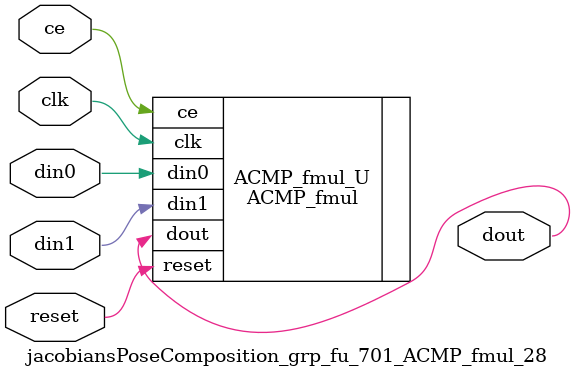
<source format=v>

`timescale 1 ns / 1 ps
module jacobiansPoseComposition_grp_fu_701_ACMP_fmul_28(
    clk,
    reset,
    ce,
    din0,
    din1,
    dout);

parameter ID = 32'd1;
parameter NUM_STAGE = 32'd1;
parameter din0_WIDTH = 32'd1;
parameter din1_WIDTH = 32'd1;
parameter dout_WIDTH = 32'd1;
input clk;
input reset;
input ce;
input[din0_WIDTH - 1:0] din0;
input[din1_WIDTH - 1:0] din1;
output[dout_WIDTH - 1:0] dout;



ACMP_fmul #(
.ID( ID ),
.NUM_STAGE( 4 ),
.din0_WIDTH( din0_WIDTH ),
.din1_WIDTH( din1_WIDTH ),
.dout_WIDTH( dout_WIDTH ))
ACMP_fmul_U(
    .clk( clk ),
    .reset( reset ),
    .ce( ce ),
    .din0( din0 ),
    .din1( din1 ),
    .dout( dout ));

endmodule

</source>
